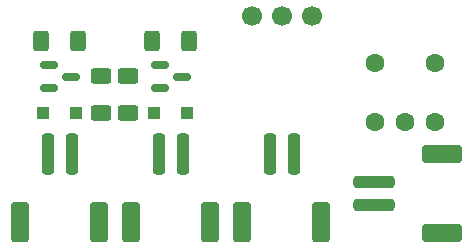
<source format=gbr>
%TF.GenerationSoftware,KiCad,Pcbnew,9.0.1*%
%TF.CreationDate,2025-04-11T12:26:54-04:00*%
%TF.ProjectId,Pneumatactors_1Xiao_CompactControl_Battery,506e6575-6d61-4746-9163-746f72735f31,rev?*%
%TF.SameCoordinates,Original*%
%TF.FileFunction,Soldermask,Bot*%
%TF.FilePolarity,Negative*%
%FSLAX46Y46*%
G04 Gerber Fmt 4.6, Leading zero omitted, Abs format (unit mm)*
G04 Created by KiCad (PCBNEW 9.0.1) date 2025-04-11 12:26:54*
%MOMM*%
%LPD*%
G01*
G04 APERTURE LIST*
G04 Aperture macros list*
%AMRoundRect*
0 Rectangle with rounded corners*
0 $1 Rounding radius*
0 $2 $3 $4 $5 $6 $7 $8 $9 X,Y pos of 4 corners*
0 Add a 4 corners polygon primitive as box body*
4,1,4,$2,$3,$4,$5,$6,$7,$8,$9,$2,$3,0*
0 Add four circle primitives for the rounded corners*
1,1,$1+$1,$2,$3*
1,1,$1+$1,$4,$5*
1,1,$1+$1,$6,$7*
1,1,$1+$1,$8,$9*
0 Add four rect primitives between the rounded corners*
20,1,$1+$1,$2,$3,$4,$5,0*
20,1,$1+$1,$4,$5,$6,$7,0*
20,1,$1+$1,$6,$7,$8,$9,0*
20,1,$1+$1,$8,$9,$2,$3,0*%
G04 Aperture macros list end*
%ADD10C,1.600200*%
%ADD11RoundRect,0.250000X0.250000X1.500000X-0.250000X1.500000X-0.250000X-1.500000X0.250000X-1.500000X0*%
%ADD12RoundRect,0.250001X0.499999X1.449999X-0.499999X1.449999X-0.499999X-1.449999X0.499999X-1.449999X0*%
%ADD13C,1.700000*%
%ADD14RoundRect,0.150000X-0.587500X-0.150000X0.587500X-0.150000X0.587500X0.150000X-0.587500X0.150000X0*%
%ADD15RoundRect,0.250000X0.625000X-0.400000X0.625000X0.400000X-0.625000X0.400000X-0.625000X-0.400000X0*%
%ADD16RoundRect,0.250000X0.400000X0.625000X-0.400000X0.625000X-0.400000X-0.625000X0.400000X-0.625000X0*%
%ADD17RoundRect,0.250000X-1.500000X0.250000X-1.500000X-0.250000X1.500000X-0.250000X1.500000X0.250000X0*%
%ADD18RoundRect,0.250001X-1.449999X0.499999X-1.449999X-0.499999X1.449999X-0.499999X1.449999X0.499999X0*%
%ADD19RoundRect,0.250000X-0.300000X-0.300000X0.300000X-0.300000X0.300000X0.300000X-0.300000X0.300000X0*%
G04 APERTURE END LIST*
D10*
%TO.C,U1*%
X47262000Y-31299150D03*
X49802000Y-31299150D03*
X52342000Y-31299150D03*
X52342000Y-26250900D03*
X47262000Y-26250900D03*
%TD*%
D11*
%TO.C,J3*%
X40388000Y-33984000D03*
X38388000Y-33984000D03*
D12*
X42738000Y-39734000D03*
X36038000Y-39734000D03*
%TD*%
D13*
%TO.C,U3*%
X36848000Y-22265500D03*
X39388000Y-22265500D03*
X41928000Y-22265500D03*
%TD*%
D14*
%TO.C,Q2*%
X29052500Y-28386000D03*
X29052500Y-26486000D03*
X30927500Y-27436000D03*
%TD*%
D15*
%TO.C,R1*%
X26416000Y-30506000D03*
X26416000Y-27406000D03*
%TD*%
D16*
%TO.C,R5*%
X31522000Y-24384000D03*
X28422000Y-24384000D03*
%TD*%
D14*
%TO.C,Q1*%
X19654500Y-28386000D03*
X19654500Y-26486000D03*
X21529500Y-27436000D03*
%TD*%
D17*
%TO.C,J4*%
X47206000Y-36342000D03*
X47206000Y-38342000D03*
D18*
X52956000Y-33992000D03*
X52956000Y-40692000D03*
%TD*%
D19*
%TO.C,D2*%
X19192000Y-30484000D03*
X21992000Y-30484000D03*
%TD*%
%TO.C,D3*%
X28590000Y-30484000D03*
X31390000Y-30484000D03*
%TD*%
D11*
%TO.C,J1*%
X21592000Y-33984000D03*
X19592000Y-33984000D03*
D12*
X23942000Y-39734000D03*
X17242000Y-39734000D03*
%TD*%
D15*
%TO.C,R2*%
X24130000Y-30506000D03*
X24130000Y-27406000D03*
%TD*%
D11*
%TO.C,J2*%
X30990000Y-33984000D03*
X28990000Y-33984000D03*
D12*
X33340000Y-39734000D03*
X26640000Y-39734000D03*
%TD*%
D16*
%TO.C,R4*%
X22124000Y-24384000D03*
X19024000Y-24384000D03*
%TD*%
M02*

</source>
